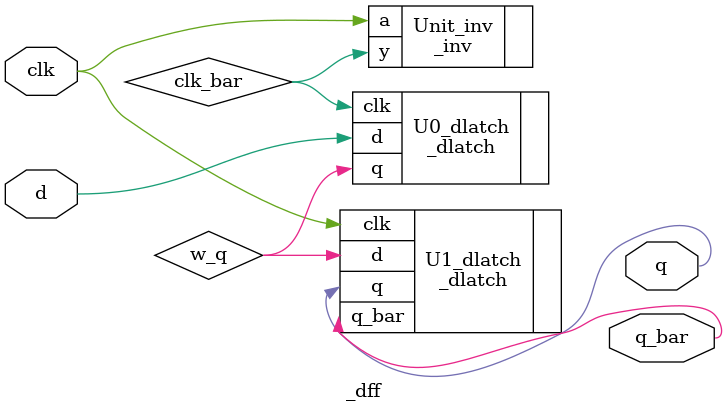
<source format=v>
module _dff(clk, d, q, q_bar);
	input clk, d;
	output q, q_bar;
	wire clk_bar, w_q;
	
	_inv Unit_inv(.a(clk), .y(clk_bar));		// inverting clock
	
	// instance d-latch
	_dlatch U0_dlatch(.clk(clk_bar), .d(d), .q(w_q));		// get w_q to connect next d
	_dlatch U1_dlatch(.clk(clk), .d(w_q), .q(q), .q_bar(q_bar));
	
endmodule

</source>
